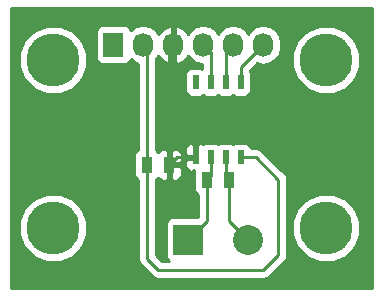
<source format=gbr>
%FSLAX46Y46*%
G04 Gerber Fmt 4.6, Leading zero omitted, Abs format (unit mm)*
G04 Created by KiCad (PCBNEW (2014-08-29 BZR 5106)-product) date mié 17 sep 2014 12:20:12 COT*
%MOMM*%
G01*
G04 APERTURE LIST*
%ADD10C,0.100000*%
%ADD11R,1.727200X2.032000*%
%ADD12O,1.727200X2.032000*%
%ADD13R,0.889000X1.397000*%
%ADD14R,0.508000X1.143000*%
%ADD15R,2.540000X2.540000*%
%ADD16C,2.540000*%
%ADD17C,4.500880*%
%ADD18C,0.254000*%
G04 APERTURE END LIST*
D10*
D11*
X95250000Y-104140000D03*
D12*
X97790000Y-104140000D03*
X100330000Y-104140000D03*
X102870000Y-104140000D03*
X105410000Y-104140000D03*
X107950000Y-104140000D03*
D13*
X105092500Y-115570000D03*
X103187500Y-115570000D03*
X98107500Y-114300000D03*
X100012500Y-114300000D03*
D14*
X102235000Y-107315000D03*
X103505000Y-107315000D03*
X104775000Y-107315000D03*
X106045000Y-107315000D03*
X106045000Y-113665000D03*
X104775000Y-113665000D03*
X103505000Y-113665000D03*
X102235000Y-113665000D03*
D15*
X101600000Y-120650000D03*
D16*
X106680000Y-120650000D03*
D11*
X95250000Y-104140000D03*
D12*
X97790000Y-104140000D03*
X100330000Y-104140000D03*
X102870000Y-104140000D03*
X105410000Y-104140000D03*
X107950000Y-104140000D03*
D17*
X113284000Y-105410000D03*
X90170000Y-119634000D03*
X90170000Y-105410000D03*
X113284000Y-119634000D03*
D18*
X105092500Y-115570000D02*
X105092500Y-119062500D01*
X105092500Y-119062500D02*
X106680000Y-120650000D01*
X104775000Y-113665000D02*
X104775000Y-115252500D01*
X104775000Y-115252500D02*
X105092500Y-115570000D01*
X103187500Y-115570000D02*
X103187500Y-119062500D01*
X103187500Y-119062500D02*
X101600000Y-120650000D01*
X103505000Y-113665000D02*
X103505000Y-115252500D01*
X103505000Y-115252500D02*
X103187500Y-115570000D01*
X98107500Y-114300000D02*
X98107500Y-104457500D01*
X98107500Y-104457500D02*
X97790000Y-104140000D01*
X106045000Y-113665000D02*
X107315000Y-113665000D01*
X98107500Y-122237500D02*
X98107500Y-114300000D01*
X99060000Y-123190000D02*
X98107500Y-122237500D01*
X107950000Y-123190000D02*
X99060000Y-123190000D01*
X109220000Y-121920000D02*
X107950000Y-123190000D01*
X109220000Y-115570000D02*
X109220000Y-121920000D01*
X107315000Y-113665000D02*
X109220000Y-115570000D01*
X100012500Y-114300000D02*
X100012500Y-104457500D01*
X100012500Y-104457500D02*
X100330000Y-104140000D01*
X102235000Y-113665000D02*
X100647500Y-113665000D01*
X100647500Y-113665000D02*
X100012500Y-114300000D01*
X100012500Y-104457500D02*
X100330000Y-104140000D01*
X100012500Y-114300000D02*
X100012500Y-104457500D01*
X103505000Y-107315000D02*
X103505000Y-104775000D01*
X103505000Y-104775000D02*
X102870000Y-104140000D01*
X104775000Y-107315000D02*
X104775000Y-104775000D01*
X104775000Y-104775000D02*
X105410000Y-104140000D01*
X106045000Y-107315000D02*
X106045000Y-106045000D01*
X106045000Y-106045000D02*
X107950000Y-104140000D01*
G36*
X117146000Y-124766000D02*
X116169940Y-124766000D01*
X116169940Y-119062569D01*
X116169940Y-104838569D01*
X115731583Y-103777665D01*
X114920604Y-102965269D01*
X113860467Y-102525062D01*
X112712569Y-102524060D01*
X111651665Y-102962417D01*
X110839269Y-103773396D01*
X110399062Y-104833533D01*
X110398060Y-105981431D01*
X110836417Y-107042335D01*
X111647396Y-107854731D01*
X112707533Y-108294938D01*
X113855431Y-108295940D01*
X114916335Y-107857583D01*
X115728731Y-107046604D01*
X116168938Y-105986467D01*
X116169940Y-104838569D01*
X116169940Y-119062569D01*
X115731583Y-118001665D01*
X114920604Y-117189269D01*
X113860467Y-116749062D01*
X112712569Y-116748060D01*
X111651665Y-117186417D01*
X110839269Y-117997396D01*
X110399062Y-119057533D01*
X110398060Y-120205431D01*
X110836417Y-121266335D01*
X111647396Y-122078731D01*
X112707533Y-122518938D01*
X113855431Y-122519940D01*
X114916335Y-122081583D01*
X115728731Y-121270604D01*
X116168938Y-120210467D01*
X116169940Y-119062569D01*
X116169940Y-124766000D01*
X109982000Y-124766000D01*
X109982000Y-121920000D01*
X109982000Y-115570000D01*
X109923996Y-115278396D01*
X109923996Y-115278395D01*
X109758815Y-115031185D01*
X109448600Y-114720970D01*
X109448600Y-104324745D01*
X109448600Y-103955255D01*
X109334526Y-103381766D01*
X109009670Y-102895585D01*
X108523489Y-102570729D01*
X107950000Y-102456655D01*
X107376511Y-102570729D01*
X106890330Y-102895585D01*
X106680000Y-103210365D01*
X106469670Y-102895585D01*
X105983489Y-102570729D01*
X105410000Y-102456655D01*
X104836511Y-102570729D01*
X104350330Y-102895585D01*
X104140000Y-103210365D01*
X103929670Y-102895585D01*
X103443489Y-102570729D01*
X102870000Y-102456655D01*
X102296511Y-102570729D01*
X101810330Y-102895585D01*
X101603539Y-103205069D01*
X101232036Y-102789268D01*
X100704791Y-102535291D01*
X100689026Y-102532642D01*
X100457000Y-102653783D01*
X100457000Y-104013000D01*
X100477000Y-104013000D01*
X100477000Y-104267000D01*
X100457000Y-104267000D01*
X100457000Y-105626217D01*
X100689026Y-105747358D01*
X100704791Y-105744709D01*
X101232036Y-105490732D01*
X101603539Y-105074930D01*
X101810330Y-105384415D01*
X102296511Y-105709271D01*
X102743000Y-105798083D01*
X102743000Y-106161390D01*
X102615310Y-106108500D01*
X102362691Y-106108500D01*
X101854691Y-106108500D01*
X101621302Y-106205173D01*
X101442673Y-106383801D01*
X101346000Y-106617190D01*
X101346000Y-106869809D01*
X101346000Y-108012809D01*
X101442673Y-108246198D01*
X101621301Y-108424827D01*
X101854690Y-108521500D01*
X102107309Y-108521500D01*
X102615309Y-108521500D01*
X102848698Y-108424827D01*
X102869999Y-108403525D01*
X102891301Y-108424827D01*
X103124690Y-108521500D01*
X103377309Y-108521500D01*
X103885309Y-108521500D01*
X104118698Y-108424827D01*
X104139999Y-108403525D01*
X104161301Y-108424827D01*
X104394690Y-108521500D01*
X104647309Y-108521500D01*
X105155309Y-108521500D01*
X105388698Y-108424827D01*
X105409999Y-108403525D01*
X105431301Y-108424827D01*
X105664690Y-108521500D01*
X105917309Y-108521500D01*
X106425309Y-108521500D01*
X106658698Y-108424827D01*
X106837327Y-108246199D01*
X106934000Y-108012810D01*
X106934000Y-107760191D01*
X106934000Y-106617191D01*
X106837327Y-106383802D01*
X106810577Y-106357052D01*
X107444779Y-105722850D01*
X107950000Y-105823345D01*
X108523489Y-105709271D01*
X109009670Y-105384415D01*
X109334526Y-104898234D01*
X109448600Y-104324745D01*
X109448600Y-114720970D01*
X107853815Y-113126185D01*
X107606605Y-112961004D01*
X107315000Y-112903000D01*
X106907411Y-112903000D01*
X106837327Y-112733802D01*
X106658699Y-112555173D01*
X106425310Y-112458500D01*
X106172691Y-112458500D01*
X105664691Y-112458500D01*
X105431302Y-112555173D01*
X105410000Y-112576474D01*
X105388699Y-112555173D01*
X105155310Y-112458500D01*
X104902691Y-112458500D01*
X104394691Y-112458500D01*
X104161302Y-112555173D01*
X104140000Y-112576474D01*
X104118699Y-112555173D01*
X103885310Y-112458500D01*
X103632691Y-112458500D01*
X103124691Y-112458500D01*
X102891302Y-112555173D01*
X102870000Y-112576474D01*
X102848698Y-112555173D01*
X102615309Y-112458500D01*
X102520750Y-112458500D01*
X102362000Y-112617250D01*
X102362000Y-113538000D01*
X102382000Y-113538000D01*
X102382000Y-113792000D01*
X102362000Y-113792000D01*
X102362000Y-113812000D01*
X102108000Y-113812000D01*
X102108000Y-113792000D01*
X102108000Y-113538000D01*
X102108000Y-112617250D01*
X101949250Y-112458500D01*
X101854691Y-112458500D01*
X101621302Y-112555173D01*
X101442673Y-112733801D01*
X101346000Y-112967190D01*
X101346000Y-113219809D01*
X101346000Y-113379250D01*
X101504750Y-113538000D01*
X102108000Y-113538000D01*
X102108000Y-113792000D01*
X101504750Y-113792000D01*
X101346000Y-113950750D01*
X101346000Y-114110191D01*
X101346000Y-114362810D01*
X101442673Y-114596199D01*
X101621302Y-114774827D01*
X101854691Y-114871500D01*
X101949250Y-114871500D01*
X102107998Y-114712752D01*
X102107998Y-114871500D01*
X102108000Y-114871500D01*
X102108000Y-114997809D01*
X102108000Y-116394809D01*
X102204673Y-116628198D01*
X102383301Y-116806827D01*
X102425500Y-116824306D01*
X102425500Y-118745000D01*
X101092000Y-118745000D01*
X101092000Y-115124810D01*
X101092000Y-114872191D01*
X101092000Y-114585750D01*
X101092000Y-114014250D01*
X101092000Y-113727809D01*
X101092000Y-113475190D01*
X100995327Y-113241801D01*
X100816698Y-113063173D01*
X100583309Y-112966500D01*
X100298250Y-112966500D01*
X100139500Y-113125250D01*
X100139500Y-114173000D01*
X100933250Y-114173000D01*
X101092000Y-114014250D01*
X101092000Y-114585750D01*
X100933250Y-114427000D01*
X100139500Y-114427000D01*
X100139500Y-115474750D01*
X100298250Y-115633500D01*
X100583309Y-115633500D01*
X100816698Y-115536827D01*
X100995327Y-115358199D01*
X101092000Y-115124810D01*
X101092000Y-118745000D01*
X100203691Y-118745000D01*
X99970302Y-118841673D01*
X99791673Y-119020301D01*
X99695000Y-119253690D01*
X99695000Y-119506309D01*
X99695000Y-122046309D01*
X99791673Y-122279698D01*
X99939974Y-122428000D01*
X99375630Y-122428000D01*
X98869500Y-121921869D01*
X98869500Y-115554306D01*
X98911698Y-115536827D01*
X99060000Y-115388525D01*
X99208302Y-115536827D01*
X99441691Y-115633500D01*
X99726750Y-115633500D01*
X99885500Y-115474750D01*
X99885500Y-114427000D01*
X99865500Y-114427000D01*
X99865500Y-114173000D01*
X99885500Y-114173000D01*
X99885500Y-113125250D01*
X99726750Y-112966500D01*
X99441691Y-112966500D01*
X99208302Y-113063173D01*
X99059999Y-113211474D01*
X98911699Y-113063173D01*
X98869500Y-113045693D01*
X98869500Y-105354737D01*
X99056460Y-105074930D01*
X99427964Y-105490732D01*
X99955209Y-105744709D01*
X99970974Y-105747358D01*
X100203000Y-105626217D01*
X100203000Y-104267000D01*
X100183000Y-104267000D01*
X100183000Y-104013000D01*
X100203000Y-104013000D01*
X100203000Y-102653783D01*
X99970974Y-102532642D01*
X99955209Y-102535291D01*
X99427964Y-102789268D01*
X99056460Y-103205069D01*
X98849670Y-102895585D01*
X98363489Y-102570729D01*
X97790000Y-102456655D01*
X97216511Y-102570729D01*
X96730330Y-102895585D01*
X96715499Y-102917780D01*
X96651927Y-102764302D01*
X96473299Y-102585673D01*
X96239910Y-102489000D01*
X95987291Y-102489000D01*
X94260091Y-102489000D01*
X94026702Y-102585673D01*
X93848073Y-102764301D01*
X93751400Y-102997690D01*
X93751400Y-103250309D01*
X93751400Y-105282309D01*
X93848073Y-105515698D01*
X94026701Y-105694327D01*
X94260090Y-105791000D01*
X94512709Y-105791000D01*
X96239909Y-105791000D01*
X96473298Y-105694327D01*
X96651927Y-105515699D01*
X96715500Y-105362220D01*
X96730330Y-105384415D01*
X97216511Y-105709271D01*
X97345500Y-105734928D01*
X97345500Y-113045693D01*
X97303302Y-113063173D01*
X97124673Y-113241801D01*
X97028000Y-113475190D01*
X97028000Y-113727809D01*
X97028000Y-115124809D01*
X97124673Y-115358198D01*
X97303301Y-115536827D01*
X97345500Y-115554306D01*
X97345500Y-122237500D01*
X97403504Y-122529105D01*
X97568685Y-122776315D01*
X98521184Y-123728815D01*
X98521185Y-123728815D01*
X98768395Y-123893996D01*
X99060000Y-123952000D01*
X107950000Y-123952000D01*
X107950000Y-123951999D01*
X108241604Y-123893996D01*
X108241605Y-123893996D01*
X108488815Y-123728815D01*
X109758815Y-122458816D01*
X109758815Y-122458815D01*
X109923996Y-122211605D01*
X109981999Y-121920000D01*
X109982000Y-121920000D01*
X109982000Y-124766000D01*
X93055940Y-124766000D01*
X93055940Y-119062569D01*
X93055940Y-104838569D01*
X92617583Y-103777665D01*
X91806604Y-102965269D01*
X90746467Y-102525062D01*
X89598569Y-102524060D01*
X88537665Y-102962417D01*
X87725269Y-103773396D01*
X87285062Y-104833533D01*
X87284060Y-105981431D01*
X87722417Y-107042335D01*
X88533396Y-107854731D01*
X89593533Y-108294938D01*
X90741431Y-108295940D01*
X91802335Y-107857583D01*
X92614731Y-107046604D01*
X93054938Y-105986467D01*
X93055940Y-104838569D01*
X93055940Y-119062569D01*
X92617583Y-118001665D01*
X91806604Y-117189269D01*
X90746467Y-116749062D01*
X89598569Y-116748060D01*
X88537665Y-117186417D01*
X87725269Y-117997396D01*
X87285062Y-119057533D01*
X87284060Y-120205431D01*
X87722417Y-121266335D01*
X88533396Y-122078731D01*
X89593533Y-122518938D01*
X90741431Y-122519940D01*
X91802335Y-122081583D01*
X92614731Y-121270604D01*
X93054938Y-120210467D01*
X93055940Y-119062569D01*
X93055940Y-124766000D01*
X86562000Y-124766000D01*
X86562000Y-101040000D01*
X88900000Y-101040000D01*
X91440000Y-101040000D01*
X111760000Y-101040000D01*
X115570000Y-101040000D01*
X117146000Y-101040000D01*
X117146000Y-124766000D01*
X117146000Y-124766000D01*
G37*
X117146000Y-124766000D02*
X116169940Y-124766000D01*
X116169940Y-119062569D01*
X116169940Y-104838569D01*
X115731583Y-103777665D01*
X114920604Y-102965269D01*
X113860467Y-102525062D01*
X112712569Y-102524060D01*
X111651665Y-102962417D01*
X110839269Y-103773396D01*
X110399062Y-104833533D01*
X110398060Y-105981431D01*
X110836417Y-107042335D01*
X111647396Y-107854731D01*
X112707533Y-108294938D01*
X113855431Y-108295940D01*
X114916335Y-107857583D01*
X115728731Y-107046604D01*
X116168938Y-105986467D01*
X116169940Y-104838569D01*
X116169940Y-119062569D01*
X115731583Y-118001665D01*
X114920604Y-117189269D01*
X113860467Y-116749062D01*
X112712569Y-116748060D01*
X111651665Y-117186417D01*
X110839269Y-117997396D01*
X110399062Y-119057533D01*
X110398060Y-120205431D01*
X110836417Y-121266335D01*
X111647396Y-122078731D01*
X112707533Y-122518938D01*
X113855431Y-122519940D01*
X114916335Y-122081583D01*
X115728731Y-121270604D01*
X116168938Y-120210467D01*
X116169940Y-119062569D01*
X116169940Y-124766000D01*
X109982000Y-124766000D01*
X109982000Y-121920000D01*
X109982000Y-115570000D01*
X109923996Y-115278396D01*
X109923996Y-115278395D01*
X109758815Y-115031185D01*
X109448600Y-114720970D01*
X109448600Y-104324745D01*
X109448600Y-103955255D01*
X109334526Y-103381766D01*
X109009670Y-102895585D01*
X108523489Y-102570729D01*
X107950000Y-102456655D01*
X107376511Y-102570729D01*
X106890330Y-102895585D01*
X106680000Y-103210365D01*
X106469670Y-102895585D01*
X105983489Y-102570729D01*
X105410000Y-102456655D01*
X104836511Y-102570729D01*
X104350330Y-102895585D01*
X104140000Y-103210365D01*
X103929670Y-102895585D01*
X103443489Y-102570729D01*
X102870000Y-102456655D01*
X102296511Y-102570729D01*
X101810330Y-102895585D01*
X101603539Y-103205069D01*
X101232036Y-102789268D01*
X100704791Y-102535291D01*
X100689026Y-102532642D01*
X100457000Y-102653783D01*
X100457000Y-104013000D01*
X100477000Y-104013000D01*
X100477000Y-104267000D01*
X100457000Y-104267000D01*
X100457000Y-105626217D01*
X100689026Y-105747358D01*
X100704791Y-105744709D01*
X101232036Y-105490732D01*
X101603539Y-105074930D01*
X101810330Y-105384415D01*
X102296511Y-105709271D01*
X102743000Y-105798083D01*
X102743000Y-106161390D01*
X102615310Y-106108500D01*
X102362691Y-106108500D01*
X101854691Y-106108500D01*
X101621302Y-106205173D01*
X101442673Y-106383801D01*
X101346000Y-106617190D01*
X101346000Y-106869809D01*
X101346000Y-108012809D01*
X101442673Y-108246198D01*
X101621301Y-108424827D01*
X101854690Y-108521500D01*
X102107309Y-108521500D01*
X102615309Y-108521500D01*
X102848698Y-108424827D01*
X102869999Y-108403525D01*
X102891301Y-108424827D01*
X103124690Y-108521500D01*
X103377309Y-108521500D01*
X103885309Y-108521500D01*
X104118698Y-108424827D01*
X104139999Y-108403525D01*
X104161301Y-108424827D01*
X104394690Y-108521500D01*
X104647309Y-108521500D01*
X105155309Y-108521500D01*
X105388698Y-108424827D01*
X105409999Y-108403525D01*
X105431301Y-108424827D01*
X105664690Y-108521500D01*
X105917309Y-108521500D01*
X106425309Y-108521500D01*
X106658698Y-108424827D01*
X106837327Y-108246199D01*
X106934000Y-108012810D01*
X106934000Y-107760191D01*
X106934000Y-106617191D01*
X106837327Y-106383802D01*
X106810577Y-106357052D01*
X107444779Y-105722850D01*
X107950000Y-105823345D01*
X108523489Y-105709271D01*
X109009670Y-105384415D01*
X109334526Y-104898234D01*
X109448600Y-104324745D01*
X109448600Y-114720970D01*
X107853815Y-113126185D01*
X107606605Y-112961004D01*
X107315000Y-112903000D01*
X106907411Y-112903000D01*
X106837327Y-112733802D01*
X106658699Y-112555173D01*
X106425310Y-112458500D01*
X106172691Y-112458500D01*
X105664691Y-112458500D01*
X105431302Y-112555173D01*
X105410000Y-112576474D01*
X105388699Y-112555173D01*
X105155310Y-112458500D01*
X104902691Y-112458500D01*
X104394691Y-112458500D01*
X104161302Y-112555173D01*
X104140000Y-112576474D01*
X104118699Y-112555173D01*
X103885310Y-112458500D01*
X103632691Y-112458500D01*
X103124691Y-112458500D01*
X102891302Y-112555173D01*
X102870000Y-112576474D01*
X102848698Y-112555173D01*
X102615309Y-112458500D01*
X102520750Y-112458500D01*
X102362000Y-112617250D01*
X102362000Y-113538000D01*
X102382000Y-113538000D01*
X102382000Y-113792000D01*
X102362000Y-113792000D01*
X102362000Y-113812000D01*
X102108000Y-113812000D01*
X102108000Y-113792000D01*
X102108000Y-113538000D01*
X102108000Y-112617250D01*
X101949250Y-112458500D01*
X101854691Y-112458500D01*
X101621302Y-112555173D01*
X101442673Y-112733801D01*
X101346000Y-112967190D01*
X101346000Y-113219809D01*
X101346000Y-113379250D01*
X101504750Y-113538000D01*
X102108000Y-113538000D01*
X102108000Y-113792000D01*
X101504750Y-113792000D01*
X101346000Y-113950750D01*
X101346000Y-114110191D01*
X101346000Y-114362810D01*
X101442673Y-114596199D01*
X101621302Y-114774827D01*
X101854691Y-114871500D01*
X101949250Y-114871500D01*
X102107998Y-114712752D01*
X102107998Y-114871500D01*
X102108000Y-114871500D01*
X102108000Y-114997809D01*
X102108000Y-116394809D01*
X102204673Y-116628198D01*
X102383301Y-116806827D01*
X102425500Y-116824306D01*
X102425500Y-118745000D01*
X101092000Y-118745000D01*
X101092000Y-115124810D01*
X101092000Y-114872191D01*
X101092000Y-114585750D01*
X101092000Y-114014250D01*
X101092000Y-113727809D01*
X101092000Y-113475190D01*
X100995327Y-113241801D01*
X100816698Y-113063173D01*
X100583309Y-112966500D01*
X100298250Y-112966500D01*
X100139500Y-113125250D01*
X100139500Y-114173000D01*
X100933250Y-114173000D01*
X101092000Y-114014250D01*
X101092000Y-114585750D01*
X100933250Y-114427000D01*
X100139500Y-114427000D01*
X100139500Y-115474750D01*
X100298250Y-115633500D01*
X100583309Y-115633500D01*
X100816698Y-115536827D01*
X100995327Y-115358199D01*
X101092000Y-115124810D01*
X101092000Y-118745000D01*
X100203691Y-118745000D01*
X99970302Y-118841673D01*
X99791673Y-119020301D01*
X99695000Y-119253690D01*
X99695000Y-119506309D01*
X99695000Y-122046309D01*
X99791673Y-122279698D01*
X99939974Y-122428000D01*
X99375630Y-122428000D01*
X98869500Y-121921869D01*
X98869500Y-115554306D01*
X98911698Y-115536827D01*
X99060000Y-115388525D01*
X99208302Y-115536827D01*
X99441691Y-115633500D01*
X99726750Y-115633500D01*
X99885500Y-115474750D01*
X99885500Y-114427000D01*
X99865500Y-114427000D01*
X99865500Y-114173000D01*
X99885500Y-114173000D01*
X99885500Y-113125250D01*
X99726750Y-112966500D01*
X99441691Y-112966500D01*
X99208302Y-113063173D01*
X99059999Y-113211474D01*
X98911699Y-113063173D01*
X98869500Y-113045693D01*
X98869500Y-105354737D01*
X99056460Y-105074930D01*
X99427964Y-105490732D01*
X99955209Y-105744709D01*
X99970974Y-105747358D01*
X100203000Y-105626217D01*
X100203000Y-104267000D01*
X100183000Y-104267000D01*
X100183000Y-104013000D01*
X100203000Y-104013000D01*
X100203000Y-102653783D01*
X99970974Y-102532642D01*
X99955209Y-102535291D01*
X99427964Y-102789268D01*
X99056460Y-103205069D01*
X98849670Y-102895585D01*
X98363489Y-102570729D01*
X97790000Y-102456655D01*
X97216511Y-102570729D01*
X96730330Y-102895585D01*
X96715499Y-102917780D01*
X96651927Y-102764302D01*
X96473299Y-102585673D01*
X96239910Y-102489000D01*
X95987291Y-102489000D01*
X94260091Y-102489000D01*
X94026702Y-102585673D01*
X93848073Y-102764301D01*
X93751400Y-102997690D01*
X93751400Y-103250309D01*
X93751400Y-105282309D01*
X93848073Y-105515698D01*
X94026701Y-105694327D01*
X94260090Y-105791000D01*
X94512709Y-105791000D01*
X96239909Y-105791000D01*
X96473298Y-105694327D01*
X96651927Y-105515699D01*
X96715500Y-105362220D01*
X96730330Y-105384415D01*
X97216511Y-105709271D01*
X97345500Y-105734928D01*
X97345500Y-113045693D01*
X97303302Y-113063173D01*
X97124673Y-113241801D01*
X97028000Y-113475190D01*
X97028000Y-113727809D01*
X97028000Y-115124809D01*
X97124673Y-115358198D01*
X97303301Y-115536827D01*
X97345500Y-115554306D01*
X97345500Y-122237500D01*
X97403504Y-122529105D01*
X97568685Y-122776315D01*
X98521184Y-123728815D01*
X98521185Y-123728815D01*
X98768395Y-123893996D01*
X99060000Y-123952000D01*
X107950000Y-123952000D01*
X107950000Y-123951999D01*
X108241604Y-123893996D01*
X108241605Y-123893996D01*
X108488815Y-123728815D01*
X109758815Y-122458816D01*
X109758815Y-122458815D01*
X109923996Y-122211605D01*
X109981999Y-121920000D01*
X109982000Y-121920000D01*
X109982000Y-124766000D01*
X93055940Y-124766000D01*
X93055940Y-119062569D01*
X93055940Y-104838569D01*
X92617583Y-103777665D01*
X91806604Y-102965269D01*
X90746467Y-102525062D01*
X89598569Y-102524060D01*
X88537665Y-102962417D01*
X87725269Y-103773396D01*
X87285062Y-104833533D01*
X87284060Y-105981431D01*
X87722417Y-107042335D01*
X88533396Y-107854731D01*
X89593533Y-108294938D01*
X90741431Y-108295940D01*
X91802335Y-107857583D01*
X92614731Y-107046604D01*
X93054938Y-105986467D01*
X93055940Y-104838569D01*
X93055940Y-119062569D01*
X92617583Y-118001665D01*
X91806604Y-117189269D01*
X90746467Y-116749062D01*
X89598569Y-116748060D01*
X88537665Y-117186417D01*
X87725269Y-117997396D01*
X87285062Y-119057533D01*
X87284060Y-120205431D01*
X87722417Y-121266335D01*
X88533396Y-122078731D01*
X89593533Y-122518938D01*
X90741431Y-122519940D01*
X91802335Y-122081583D01*
X92614731Y-121270604D01*
X93054938Y-120210467D01*
X93055940Y-119062569D01*
X93055940Y-124766000D01*
X86562000Y-124766000D01*
X86562000Y-101040000D01*
X88900000Y-101040000D01*
X91440000Y-101040000D01*
X111760000Y-101040000D01*
X115570000Y-101040000D01*
X117146000Y-101040000D01*
X117146000Y-124766000D01*
M02*

</source>
